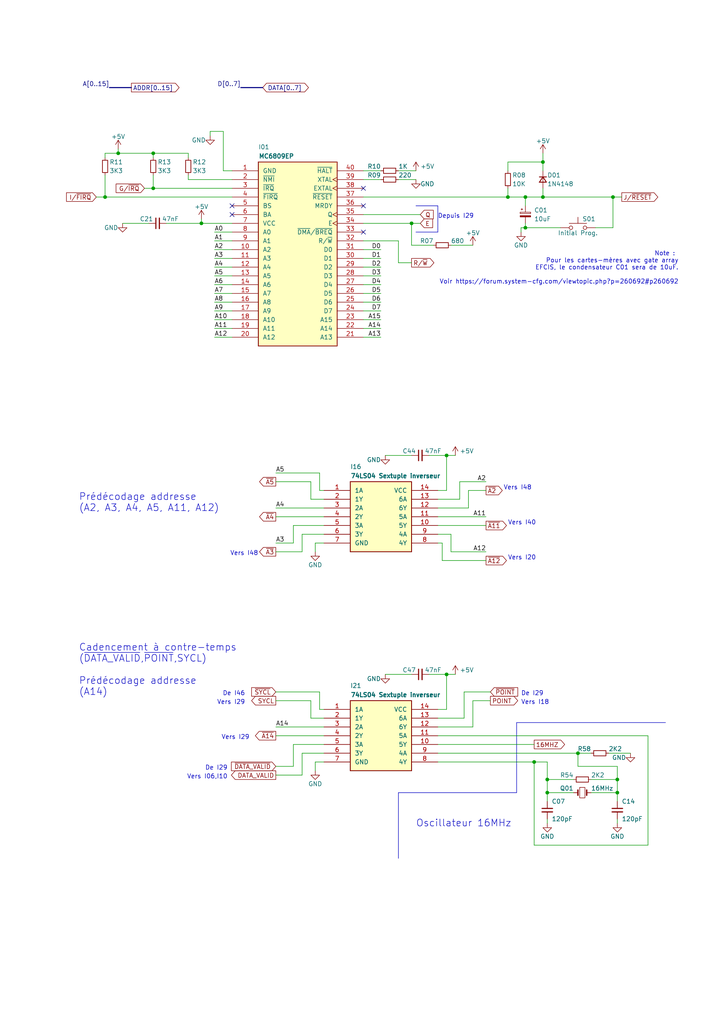
<source format=kicad_sch>
(kicad_sch (version 20230121) (generator eeschema)
  (paper "A4" portrait)
  (title_block (title "Conversion du Thomson MO5 — Unité centrale v2") (date "2025-02-08") (rev "v2.0.0-alpha") (comment 1 "http://github.com/sporniket/kicad-conversions--thomson-mo5--v1") (comment 3 "Gate Array EFCIS"))
  (lib_symbols
    (symbol "74x04:74X04_HEX_INVERTER_PHY" (pin_names (offset 1.27))
      (property "Reference" "U" (at -8.89 15.24 0))
      (property "Value" "74X04_HEX_INVERTER_PHY" (at -8.89 12.7 0))
      (symbol "74X04_HEX_INVERTER_PHY_0_0"
        (rectangle (start -8.89 10.16) (end 8.89 -10.16) (stroke (width 0.254)) (fill (type background)))
        (pin input line (at -16.51 7.62 0) (length 7.62) (name "1A") (number "1"))
        (pin output line (at 16.51 -2.54 180) (length 7.62) (name "5Y") (number "10"))
        (pin input line (at 16.51 0 180) (length 7.62) (name "5A") (number "11"))
        (pin output line (at 16.51 2.54 180) (length 7.62) (name "6Y") (number "12"))
        (pin input line (at 16.51 5.08 180) (length 7.62) (name "6A") (number "13"))
        (pin power_in line (at 16.51 7.62 180) (length 7.62) (name "VCC") (number "14"))
        (pin output line (at -16.51 5.08 0) (length 7.62) (name "1Y") (number "2"))
        (pin input line (at -16.51 2.54 0) (length 7.62) (name "2A") (number "3"))
        (pin output line (at -16.51 0 0) (length 7.62) (name "2Y") (number "4"))
        (pin input line (at -16.51 -2.54 0) (length 7.62) (name "3A") (number "5"))
        (pin output line (at -16.51 -5.08 0) (length 7.62) (name "3Y") (number "6"))
        (pin power_in line (at -16.51 -7.62 0) (length 7.62) (name "GND") (number "7"))
        (pin output line (at 16.51 -7.62 180) (length 7.62) (name "4Y") (number "8"))
        (pin input line (at 16.51 -5.08 180) (length 7.62) (name "4A") (number "9"))
      )
    )
    (symbol "Device:C_Polarized_Small" (pin_numbers hide) (pin_names (offset 0.254) hide)
      (property "Reference" "C" (at 0.254 1.778 0))
      (property "Value" "C_Polarized_Small" (at 0.254 -2.032 0))
      (symbol "C_Polarized_Small_0_1"
        (rectangle (start -1.524 -0.3048) (end 1.524 -0.6858) (fill (type outline)))
        (rectangle (start -1.524 0.6858) (end 1.524 0.3048))
        (polyline (pts (xy -1.27 1.524) (xy -0.762 1.524)))
        (polyline (pts (xy -1.016 1.27) (xy -1.016 1.778)))
      )
      (symbol "C_Polarized_Small_1_1"
        (pin passive line (at 0 2.54 270) (length 1.8542) (name "~") (number "1"))
        (pin passive line (at 0 -2.54 90) (length 1.8542) (name "~") (number "2"))
      )
    )
    (symbol "Device:C_Small" (pin_numbers hide) (pin_names (offset 0.254) hide)
      (property "Reference" "C" (at 0.254 1.778 0))
      (property "Value" "C_Small" (at 0.254 -2.032 0))
      (symbol "C_Small_0_1"
        (polyline (pts (xy -1.524 -0.508) (xy 1.524 -0.508)) (stroke (width 0.3302)))
        (polyline (pts (xy -1.524 0.508) (xy 1.524 0.508)) (stroke (width 0.3048)))
      )
      (symbol "C_Small_1_1"
        (pin passive line (at 0 2.54 270) (length 2.032) (name "~") (number "1"))
        (pin passive line (at 0 -2.54 90) (length 2.032) (name "~") (number "2"))
      )
    )
    (symbol "Device:Crystal_Small" (pin_numbers hide) (pin_names (offset 1.016) hide)
      (property "Reference" "Y" (at 0 2.54 0))
      (property "Value" "Crystal_Small" (at 0 -2.54 0))
      (symbol "Crystal_Small_0_1"
        (rectangle (start -0.762 -1.524) (end 0.762 1.524))
        (polyline (pts (xy -1.27 -0.762) (xy -1.27 0.762)) (stroke (width 0.381)))
        (polyline (pts (xy 1.27 -0.762) (xy 1.27 0.762)) (stroke (width 0.381)))
      )
      (symbol "Crystal_Small_1_1"
        (pin passive line (at -2.54 0 0) (length 1.27) (name "1") (number "1"))
        (pin passive line (at 2.54 0 180) (length 1.27) (name "2") (number "2"))
      )
    )
    (symbol "Device:D_Small" (pin_numbers hide) (pin_names (offset 0.254) hide)
      (property "Reference" "D" (at -1.27 2.032 0))
      (property "Value" "D_Small" (at -3.81 -2.032 0))
      (symbol "D_Small_0_1"
        (polyline (pts (xy -0.762 -1.016) (xy -0.762 1.016)) (stroke (width 0.254)))
        (polyline (pts (xy -0.762 0) (xy 0.762 0)))
        (polyline (pts (xy 0.762 -1.016) (xy -0.762 0) (xy 0.762 1.016) (xy 0.762 -1.016)) (stroke (width 0.254)))
      )
      (symbol "D_Small_1_1"
        (pin passive line (at -2.54 0 0) (length 1.778) (name "K") (number "1"))
        (pin passive line (at 2.54 0 180) (length 1.778) (name "A") (number "2"))
      )
    )
    (symbol "Device:R_Small" (pin_numbers hide) (pin_names (offset 0.254) hide)
      (property "Reference" "R" (at 0.762 0.508 0))
      (property "Value" "R_Small" (at 0.762 -1.016 0))
      (symbol "R_Small_0_1"
        (rectangle (start -0.762 1.778) (end 0.762 -1.778) (stroke (width 0.2032)))
      )
      (symbol "R_Small_1_1"
        (pin passive line (at 0 2.54 270) (length 0.762) (name "~") (number "1"))
        (pin passive line (at 0 -2.54 90) (length 0.762) (name "~") (number "2"))
      )
    )
    (symbol "Switch:SW_Push" (pin_numbers hide) (pin_names (offset 1.016) hide)
      (property "Reference" "SW" (at 1.27 2.54 0))
      (property "Value" "SW_Push" (at 0 -1.524 0))
      (symbol "SW_Push_0_1"
        (circle (center -2.032 0) (radius 0.508))
        (polyline (pts (xy 0 1.27) (xy 0 3.048)))
        (polyline (pts (xy 2.54 1.27) (xy -2.54 1.27)))
        (circle (center 2.032 0) (radius 0.508))
        (pin passive line (at -5.08 0 0) (length 2.54) (name "1") (number "1"))
        (pin passive line (at 5.08 0 180) (length 2.54) (name "2") (number "2"))
      )
    )
    (symbol "mc6809:8-BIT_MICROPROCESSING_UNIT_6809_PHY" (pin_names (offset 1.27))
      (property "Reference" "U" (at -11.43 31.75 0))
      (property "Value" "8-BIT_MICROPROCESSING_UNIT_6809_PHY" (at -11.43 29.21 0))
      (symbol "8-BIT_MICROPROCESSING_UNIT_6809_PHY_0_0"
        (rectangle (start -11.43 26.67) (end 11.43 -26.67) (stroke (width 0.254)) (fill (type background)))
        (pin power_in line (at -19.05 24.13 0) (length 7.62) (name "GND") (number "1"))
        (pin output line (at -19.05 1.27 0) (length 7.62) (name "A2") (number "10"))
        (pin output line (at -19.05 -1.27 0) (length 7.62) (name "A3") (number "11"))
        (pin output line (at -19.05 -3.81 0) (length 7.62) (name "A4") (number "12"))
        (pin output line (at -19.05 -6.35 0) (length 7.62) (name "A5") (number "13"))
        (pin output line (at -19.05 -8.89 0) (length 7.62) (name "A6") (number "14"))
        (pin output line (at -19.05 -11.43 0) (length 7.62) (name "A7") (number "15"))
        (pin output line (at -19.05 -13.97 0) (length 7.62) (name "A8") (number "16"))
        (pin output line (at -19.05 -16.51 0) (length 7.62) (name "A9") (number "17"))
        (pin output line (at -19.05 -19.05 0) (length 7.62) (name "A10") (number "18"))
        (pin output line (at -19.05 -21.59 0) (length 7.62) (name "A11") (number "19"))
        (pin input line (at -19.05 21.59 0) (length 7.62) (name "~{NMI}") (number "2"))
        (pin output line (at -19.05 -24.13 0) (length 7.62) (name "A12") (number "20"))
        (pin output line (at 19.05 -24.13 180) (length 7.62) (name "A13") (number "21"))
        (pin output line (at 19.05 -21.59 180) (length 7.62) (name "A14") (number "22"))
        (pin output line (at 19.05 -19.05 180) (length 7.62) (name "A15") (number "23"))
        (pin bidirectional line (at 19.05 -16.51 180) (length 7.62) (name "D7") (number "24"))
        (pin bidirectional line (at 19.05 -13.97 180) (length 7.62) (name "D6") (number "25"))
        (pin bidirectional line (at 19.05 -11.43 180) (length 7.62) (name "D5") (number "26"))
        (pin bidirectional line (at 19.05 -8.89 180) (length 7.62) (name "D4") (number "27"))
        (pin bidirectional line (at 19.05 -6.35 180) (length 7.62) (name "D3") (number "28"))
        (pin bidirectional line (at 19.05 -3.81 180) (length 7.62) (name "D2") (number "29"))
        (pin input line (at -19.05 19.05 0) (length 7.62) (name "~{IRQ}") (number "3"))
        (pin bidirectional line (at 19.05 -1.27 180) (length 7.62) (name "D1") (number "30"))
        (pin bidirectional line (at 19.05 1.27 180) (length 7.62) (name "D0") (number "31"))
        (pin output line (at 19.05 3.81 180) (length 7.62) (name "R/~{W}") (number "32"))
        (pin input line (at 19.05 6.35 180) (length 7.62) (name "~{DMA}/~{BREQ}") (number "33"))
        (pin output clock (at 19.05 8.89 180) (length 7.62) (name "E") (number "34"))
        (pin output clock (at 19.05 11.43 180) (length 7.62) (name "Q") (number "35"))
        (pin input line (at 19.05 13.97 180) (length 7.62) (name "MRDY") (number "36"))
        (pin input line (at 19.05 16.51 180) (length 7.62) (name "~{RESET}") (number "37"))
        (pin input clock (at 19.05 19.05 180) (length 7.62) (name "EXTAL") (number "38"))
        (pin input clock (at 19.05 21.59 180) (length 7.62) (name "XTAL") (number "39"))
        (pin input line (at -19.05 16.51 0) (length 7.62) (name "~{FIRQ}") (number "4"))
        (pin input line (at 19.05 24.13 180) (length 7.62) (name "~{HALT}") (number "40"))
        (pin output line (at -19.05 13.97 0) (length 7.62) (name "BS") (number "5"))
        (pin output line (at -19.05 11.43 0) (length 7.62) (name "BA") (number "6"))
        (pin power_in line (at -19.05 8.89 0) (length 7.62) (name "VCC") (number "7"))
        (pin output line (at -19.05 6.35 0) (length 7.62) (name "A0") (number "8"))
        (pin output line (at -19.05 3.81 0) (length 7.62) (name "A1") (number "9"))
      )
    )
    (symbol "power:+5V" (power) (pin_names (offset 0))
      (property "Value" "+5V" (at 0 3.556 0))
      (symbol "+5V_0_1"
        (polyline (pts (xy -0.762 1.27) (xy 0 2.54)))
        (polyline (pts (xy 0 0) (xy 0 2.54)))
        (polyline (pts (xy 0 2.54) (xy 0.762 1.27)))
      )
      (symbol "+5V_1_1"
        (pin power_in line (at 0 0 90) (length 0) hide (name "+5V") (number "1"))
      )
    )
    (symbol "power:GND" (power) (pin_names (offset 0))
      (property "Value" "GND" (at 0 -3.81 0))
      (symbol "GND_0_1"
        (polyline (pts (xy 0 0) (xy 0 -1.27) (xy 1.27 -1.27) (xy 0 -2.54) (xy -1.27 -1.27) (xy 0 -1.27)))
      )
      (symbol "GND_1_1"
        (pin power_in line (at 0 0 270) (length 0) hide (name "GND") (number "1"))
      )
    )
  )
  (junction (at 119.38 64.77))
  (junction (at 129.54 132.08))
  (junction (at 154.94 220.98))
  (junction (at 44.45 44.45))
  (junction (at 147.32 57.15))
  (junction (at 58.42 64.77))
  (junction (at 179.07 226.06))
  (junction (at 158.75 229.87))
  (junction (at 129.54 195.58))
  (junction (at 30.48 57.15))
  (junction (at 44.45 54.61))
  (junction (at 34.29 44.45))
  (junction (at 157.48 57.15))
  (junction (at 152.4 57.15))
  (junction (at 158.75 226.06))
  (junction (at 177.8 57.15))
  (junction (at 152.4 66.04))
  (junction (at 179.07 229.87))
  (junction (at 167.64 218.44))
  (junction (at 157.48 46.99))
  (no_connect (at 105.41 59.69))
  (no_connect (at 105.41 67.31))
  (no_connect (at 67.31 62.23))
  (no_connect (at 67.31 59.69))
  (no_connect (at 105.41 54.61))
  (wire (pts (xy 87.63 218.44) (xy 93.98 218.44)))
  (wire (pts (xy 62.23 92.71) (xy 67.31 92.71)))
  (wire (pts (xy 129.54 142.24) (xy 129.54 132.08)))
  (wire (pts (xy 60.96 38.1) (xy 64.77 38.1)))
  (wire (pts (xy 127 154.94) (xy 130.81 154.94)))
  (wire (pts (xy 187.96 245.11) (xy 154.94 245.11)))
  (wire (pts (xy 80.01 224.79) (xy 87.63 224.79)))
  (wire (pts (xy 127 142.24) (xy 129.54 142.24)))
  (wire (pts (xy 105.41 74.93) (xy 110.49 74.93)))
  (wire (pts (xy 80.01 160.02) (xy 87.63 160.02)))
  (wire (pts (xy 80.01 147.32) (xy 93.98 147.32)))
  (wire (pts (xy 134.62 208.28) (xy 134.62 200.66)))
  (wire (pts (xy 171.45 229.87) (xy 179.07 229.87)))
  (wire (pts (xy 167.64 218.44) (xy 167.64 222.25)))
  (wire (pts (xy 85.09 152.4) (xy 93.98 152.4)))
  (wire (pts (xy 80.01 157.48) (xy 85.09 157.48)))
  (wire (pts (xy 151.13 66.04) (xy 152.4 66.04)))
  (wire (pts (xy 158.75 226.06) (xy 158.75 229.87)))
  (wire (pts (xy 129.54 205.74) (xy 129.54 195.58)))
  (wire (pts (xy 115.57 49.53) (xy 120.65 49.53)))
  (wire (pts (xy 157.48 44.45) (xy 157.48 46.99)))
  (wire (pts (xy 152.4 57.15) (xy 157.48 57.15)))
  (wire (pts (xy 158.75 232.41) (xy 158.75 229.87)))
  (wire (pts (xy 179.07 229.87) (xy 179.07 232.41)))
  (wire (pts (xy 127 147.32) (xy 135.89 147.32)))
  (wire (pts (xy 105.41 49.53) (xy 110.49 49.53)))
  (wire (pts (xy 115.57 76.2) (xy 115.57 69.85)))
  (wire (pts (xy 127 218.44) (xy 167.64 218.44)))
  (wire (pts (xy 157.48 54.61) (xy 157.48 57.15)))
  (wire (pts (xy 80.01 137.16) (xy 92.71 137.16)))
  (wire (pts (xy 62.23 80.01) (xy 67.31 80.01)))
  (wire (pts (xy 142.24 203.2) (xy 137.16 203.2)))
  (polyline (pts (xy 127 59.69) (xy 127 67.31)))
  (wire (pts (xy 85.09 222.25) (xy 85.09 215.9)))
  (wire (pts (xy 111.76 195.58) (xy 119.38 195.58)))
  (wire (pts (xy 85.09 157.48) (xy 85.09 152.4)))
  (wire (pts (xy 58.42 64.77) (xy 67.31 64.77)))
  (wire (pts (xy 152.4 64.77) (xy 152.4 66.04)))
  (wire (pts (xy 91.44 160.02) (xy 91.44 157.48)))
  (wire (pts (xy 62.23 82.55) (xy 67.31 82.55)))
  (wire (pts (xy 62.23 69.85) (xy 67.31 69.85)))
  (wire (pts (xy 90.17 203.2) (xy 90.17 208.28)))
  (wire (pts (xy 105.41 97.79) (xy 110.49 97.79)))
  (wire (pts (xy 80.01 222.25) (xy 85.09 222.25)))
  (wire (pts (xy 62.23 74.93) (xy 67.31 74.93)))
  (wire (pts (xy 179.07 226.06) (xy 179.07 229.87)))
  (wire (pts (xy 171.45 226.06) (xy 179.07 226.06)))
  (wire (pts (xy 127 152.4) (xy 140.97 152.4)))
  (wire (pts (xy 80.01 149.86) (xy 93.98 149.86)))
  (wire (pts (xy 35.56 64.77) (xy 43.18 64.77)))
  (wire (pts (xy 152.4 66.04) (xy 162.56 66.04)))
  (wire (pts (xy 172.72 66.04) (xy 177.8 66.04)))
  (polyline (pts (xy 149.86 209.55) (xy 193.04 209.55)))
  (wire (pts (xy 48.26 64.77) (xy 58.42 64.77)))
  (wire (pts (xy 158.75 229.87) (xy 166.37 229.87)))
  (wire (pts (xy 54.61 50.8) (xy 54.61 52.07)))
  (wire (pts (xy 105.41 95.25) (xy 110.49 95.25)))
  (wire (pts (xy 92.71 200.66) (xy 92.71 205.74)))
  (wire (pts (xy 30.48 44.45) (xy 34.29 44.45)))
  (wire (pts (xy 105.41 57.15) (xy 147.32 57.15)))
  (wire (pts (xy 90.17 144.78) (xy 93.98 144.78)))
  (wire (pts (xy 158.75 237.49) (xy 158.75 238.76)))
  (wire (pts (xy 62.23 97.79) (xy 67.31 97.79)))
  (wire (pts (xy 119.38 71.12) (xy 119.38 64.77)))
  (wire (pts (xy 85.09 215.9) (xy 93.98 215.9)))
  (wire (pts (xy 54.61 44.45) (xy 44.45 44.45)))
  (wire (pts (xy 105.41 90.17) (xy 110.49 90.17)))
  (wire (pts (xy 127 157.48) (xy 128.27 157.48)))
  (wire (pts (xy 147.32 46.99) (xy 157.48 46.99)))
  (wire (pts (xy 30.48 45.72) (xy 30.48 44.45)))
  (wire (pts (xy 105.41 64.77) (xy 119.38 64.77)))
  (wire (pts (xy 92.71 142.24) (xy 92.71 137.16)))
  (wire (pts (xy 60.96 39.37) (xy 60.96 38.1)))
  (wire (pts (xy 134.62 200.66) (xy 142.24 200.66)))
  (wire (pts (xy 127 205.74) (xy 129.54 205.74)))
  (wire (pts (xy 127 149.86) (xy 140.97 149.86)))
  (wire (pts (xy 137.16 203.2) (xy 137.16 210.82)))
  (wire (pts (xy 105.41 80.01) (xy 110.49 80.01)))
  (wire (pts (xy 90.17 208.28) (xy 93.98 208.28)))
  (wire (pts (xy 158.75 226.06) (xy 158.75 220.98)))
  (wire (pts (xy 80.01 200.66) (xy 92.71 200.66)))
  (wire (pts (xy 127 215.9) (xy 154.94 215.9)))
  (polyline (pts (xy 120.65 59.69) (xy 127 59.69)))
  (wire (pts (xy 80.01 203.2) (xy 90.17 203.2)))
  (wire (pts (xy 151.13 66.04) (xy 151.13 67.31)))
  (wire (pts (xy 128.27 162.56) (xy 140.97 162.56)))
  (wire (pts (xy 105.41 85.09) (xy 110.49 85.09)))
  (wire (pts (xy 105.41 82.55) (xy 110.49 82.55)))
  (wire (pts (xy 147.32 46.99) (xy 147.32 49.53)))
  (wire (pts (xy 128.27 157.48) (xy 128.27 162.56)))
  (wire (pts (xy 44.45 44.45) (xy 34.29 44.45)))
  (wire (pts (xy 64.77 49.53) (xy 67.31 49.53)))
  (wire (pts (xy 80.01 213.36) (xy 93.98 213.36)))
  (wire (pts (xy 127 213.36) (xy 187.96 213.36)))
  (wire (pts (xy 91.44 157.48) (xy 93.98 157.48)))
  (wire (pts (xy 179.07 226.06) (xy 179.07 222.25)))
  (wire (pts (xy 30.48 57.15) (xy 67.31 57.15)))
  (wire (pts (xy 105.41 62.23) (xy 121.92 62.23)))
  (wire (pts (xy 93.98 154.94) (xy 87.63 154.94)))
  (wire (pts (xy 34.29 43.18) (xy 34.29 44.45)))
  (wire (pts (xy 105.41 92.71) (xy 110.49 92.71)))
  (wire (pts (xy 124.46 195.58) (xy 129.54 195.58)))
  (wire (pts (xy 167.64 218.44) (xy 171.45 218.44)))
  (wire (pts (xy 127 144.78) (xy 133.35 144.78)))
  (wire (pts (xy 54.61 45.72) (xy 54.61 44.45)))
  (wire (pts (xy 105.41 69.85) (xy 115.57 69.85)))
  (wire (pts (xy 154.94 220.98) (xy 158.75 220.98)))
  (wire (pts (xy 157.48 57.15) (xy 177.8 57.15)))
  (wire (pts (xy 62.23 87.63) (xy 67.31 87.63)))
  (wire (pts (xy 62.23 67.31) (xy 67.31 67.31)))
  (wire (pts (xy 158.75 226.06) (xy 166.37 226.06)))
  (wire (pts (xy 44.45 50.8) (xy 44.45 54.61)))
  (wire (pts (xy 135.89 142.24) (xy 135.89 147.32)))
  (wire (pts (xy 119.38 71.12) (xy 125.73 71.12)))
  (wire (pts (xy 105.41 87.63) (xy 110.49 87.63)))
  (wire (pts (xy 119.38 64.77) (xy 121.92 64.77)))
  (wire (pts (xy 130.81 71.12) (xy 137.16 71.12)))
  (wire (pts (xy 44.45 54.61) (xy 67.31 54.61)))
  (wire (pts (xy 177.8 66.04) (xy 177.8 57.15)))
  (wire (pts (xy 176.53 218.44) (xy 182.88 218.44)))
  (wire (pts (xy 62.23 77.47) (xy 67.31 77.47)))
  (wire (pts (xy 64.77 38.1) (xy 64.77 49.53)))
  (polyline (pts (xy 115.57 229.87) (xy 115.57 248.92)))
  (wire (pts (xy 93.98 142.24) (xy 92.71 142.24)))
  (wire (pts (xy 54.61 52.07) (xy 67.31 52.07)))
  (wire (pts (xy 124.46 132.08) (xy 129.54 132.08)))
  (wire (pts (xy 130.81 160.02) (xy 130.81 154.94)))
  (wire (pts (xy 44.45 44.45) (xy 44.45 45.72)))
  (wire (pts (xy 127 220.98) (xy 154.94 220.98)))
  (wire (pts (xy 62.23 95.25) (xy 67.31 95.25)))
  (wire (pts (xy 80.01 139.7) (xy 90.17 139.7)))
  (wire (pts (xy 127 208.28) (xy 134.62 208.28)))
  (wire (pts (xy 177.8 57.15) (xy 180.34 57.15)))
  (wire (pts (xy 111.76 132.08) (xy 119.38 132.08)))
  (wire (pts (xy 80.01 210.82) (xy 93.98 210.82)))
  (wire (pts (xy 62.23 85.09) (xy 67.31 85.09)))
  (wire (pts (xy 152.4 57.15) (xy 152.4 59.69)))
  (wire (pts (xy 154.94 220.98) (xy 154.94 245.11)))
  (wire (pts (xy 105.41 72.39) (xy 110.49 72.39)))
  (wire (pts (xy 30.48 50.8) (xy 30.48 57.15)))
  (wire (pts (xy 41.91 54.61) (xy 44.45 54.61)))
  (wire (pts (xy 140.97 142.24) (xy 135.89 142.24)))
  (wire (pts (xy 167.64 222.25) (xy 179.07 222.25)))
  (bus (pts (xy 69.85 25.4) (xy 76.2 25.4)))
  (wire (pts (xy 133.35 144.78) (xy 133.35 139.7)))
  (wire (pts (xy 92.71 205.74) (xy 93.98 205.74)))
  (wire (pts (xy 91.44 220.98) (xy 93.98 220.98)))
  (wire (pts (xy 157.48 46.99) (xy 157.48 49.53)))
  (wire (pts (xy 27.94 57.15) (xy 30.48 57.15)))
  (wire (pts (xy 91.44 223.52) (xy 91.44 220.98)))
  (bus (pts (xy 31.75 25.4) (xy 38.1 25.4)))
  (polyline (pts (xy 149.86 229.87) (xy 115.57 229.87)))
  (wire (pts (xy 127 210.82) (xy 137.16 210.82)))
  (wire (pts (xy 129.54 132.08) (xy 132.08 132.08)))
  (wire (pts (xy 62.23 90.17) (xy 67.31 90.17)))
  (wire (pts (xy 115.57 52.07) (xy 120.65 52.07)))
  (wire (pts (xy 105.41 77.47) (xy 110.49 77.47)))
  (wire (pts (xy 105.41 52.07) (xy 110.49 52.07)))
  (wire (pts (xy 62.23 72.39) (xy 67.31 72.39)))
  (wire (pts (xy 187.96 213.36) (xy 187.96 245.11)))
  (wire (pts (xy 140.97 160.02) (xy 130.81 160.02)))
  (wire (pts (xy 179.07 237.49) (xy 179.07 238.76)))
  (polyline (pts (xy 149.86 209.55) (xy 149.86 229.87)))
  (wire (pts (xy 147.32 57.15) (xy 152.4 57.15)))
  (wire (pts (xy 87.63 154.94) (xy 87.63 160.02)))
  (wire (pts (xy 133.35 139.7) (xy 140.97 139.7)))
  (wire (pts (xy 87.63 218.44) (xy 87.63 224.79)))
  (wire (pts (xy 119.38 76.2) (xy 115.57 76.2)))
  (wire (pts (xy 58.42 63.5) (xy 58.42 64.77)))
  (wire (pts (xy 90.17 139.7) (xy 90.17 144.78)))
  (polyline (pts (xy 120.65 67.31) (xy 127 67.31)))
  (wire (pts (xy 147.32 54.61) (xy 147.32 57.15)))
  (wire (pts (xy 129.54 195.58) (xy 132.08 195.58)))
  (text "De I46" (at 71.12 201.93 0) (effects (font (size 1.27 1.27)) (justify right bottom)))
  (text "Vers I29" (at 71.12 204.47 0) (effects (font (size 1.27 1.27)) (justify right bottom)))
  (text "Vers I48" (at 74.93 161.29 0) (effects (font (size 1.27 1.27)) (justify right bottom)))
  (text "Vers I20" (at 147.32 162.56 0) (effects (font (size 1.27 1.27)) (justify left bottom)))
  (text "Oscillateur 16MHz" (at 120.65 240.03 0) (effects (font (size 2 2)) (justify left bottom)))
  (text "Vers I29" (at 72.39 214.63 0) (effects (font (size 1.27 1.27)) (justify right bottom)))
  (text "Vers I48" (at 146.05 142.24 0) (effects (font (size 1.27 1.27)) (justify left bottom)))
  (text "De I29" (at 151.13 201.93 0) (effects (font (size 1.27 1.27)) (justify left bottom)))
  (text "Cadencement à contre-temps\n(~{DATA_VALID},~{POINT},SYCL)\n\nPrédécodage addresse \n(A14)" (at 22.86 201.93 0) (effects (font (size 2 2)) (justify left bottom)))
  (text "De I29" (at 66.04 223.52 0) (effects (font (size 1.27 1.27)) (justify right bottom)))
  (text "Vers I06,I10" (at 66.04 226.06 0) (effects (font (size 1.27 1.27)) (justify right bottom)))
  (text "Note : \nPour les cartes-mères avec gate array\nEFCIS, le condensateur C01 sera de 10uF.\n\nVoir https://forum.system-cfg.com/viewtopic.php?p=260692#p260692" (at 196.85 82.55 0) (effects (font (size 1.27 1.27)) (justify right bottom)))
  (text "Vers I40" (at 147.32 152.4 0) (effects (font (size 1.27 1.27)) (justify left bottom)))
  (text "Prédécodage addresse \n(A2, A3, A4, A5, A11, A12)" (at 22.86 148.59 0) (effects (font (size 2 2)) (justify left bottom)))
  (text "Depuis I29" (at 127 63.5 0) (effects (font (size 1.27 1.27)) (justify left bottom)))
  (text "Vers I18" (at 151.13 204.47 0) (effects (font (size 1.27 1.27)) (justify left bottom)))
  (label "D0" (at 110.49 72.39 180))
  (label "A10" (at 62.23 92.71 0))
  (label "A14" (at 110.49 95.25 180))
  (label "A2" (at 140.97 139.7 180))
  (label "A14" (at 80.01 210.82 0))
  (label "D3" (at 110.49 80.01 180))
  (label "A3" (at 80.01 157.48 0))
  (label "D1" (at 110.49 74.93 180))
  (label "D6" (at 110.49 87.63 180))
  (label "A[0..15]" (at 31.75 25.4 180))
  (label "A11" (at 140.97 149.86 180))
  (label "A15" (at 110.49 92.71 180))
  (label "D2" (at 110.49 77.47 180))
  (label "A4" (at 80.01 147.32 0))
  (label "A6" (at 62.23 82.55 0))
  (label "A1" (at 62.23 69.85 0))
  (label "D[0..7]" (at 69.85 25.4 180))
  (label "A11" (at 62.23 95.25 0))
  (label "A4" (at 62.23 77.47 0))
  (label "A13" (at 110.49 97.79 180))
  (label "A5" (at 80.01 137.16 0))
  (label "A3" (at 62.23 74.93 0))
  (label "A12" (at 62.23 97.79 0))
  (label "D7" (at 110.49 90.17 180))
  (label "A9" (at 62.23 90.17 0))
  (label "A7" (at 62.23 85.09 0))
  (label "A0" (at 62.23 67.31 0))
  (label "D4" (at 110.49 82.55 180))
  (label "A2" (at 62.23 72.39 0))
  (label "A12" (at 140.97 160.02 180))
  (label "A8" (at 62.23 87.63 0))
  (label "D5" (at 110.49 85.09 180))
  (label "A5" (at 62.23 80.01 0))
  (global_label "~{A11}" (shape output) (at 140.97 152.4 0) (property "Intersheetrefs" "${INTERSHEET_REFS}" (effects hide)))
  (global_label "~{DATA_VALID}" (shape input) (at 80.01 222.25 180) (property "Intersheetrefs" "${INTERSHEET_REFS}" (effects hide)))
  (global_label "~{A2}" (shape output) (at 140.97 142.24 0) (property "Intersheetrefs" "${INTERSHEET_REFS}" (effects hide)))
  (global_label "Q" (shape input) (at 121.92 62.23 0) (property "Intersheetrefs" "${INTERSHEET_REFS}" (effects hide)))
  (global_label "I{slash}~{FIRQ}" (shape input) (at 27.94 57.15 180) (property "Intersheetrefs" "${INTERSHEET_REFS}" (effects hide)))
  (global_label "G{slash}~{IRQ}" (shape input) (at 41.91 54.61 180) (property "Intersheetrefs" "${INTERSHEET_REFS}" (effects hide)))
  (global_label "SYCL" (shape output) (at 80.01 203.2 180) (property "Intersheetrefs" "${INTERSHEET_REFS}" (effects hide)))
  (global_label "DATA[0..7]" (shape bidirectional) (at 76.2 25.4 0) (property "Intersheetrefs" "${INTERSHEET_REFS}" (effects hide)))
  (global_label "~{SYCL}" (shape input) (at 80.01 200.66 180) (property "Intersheetrefs" "${INTERSHEET_REFS}" (effects hide)))
  (global_label "E" (shape input) (at 121.92 64.77 0) (property "Intersheetrefs" "${INTERSHEET_REFS}" (effects hide)))
  (global_label "~{A4}" (shape output) (at 80.01 149.86 180) (property "Intersheetrefs" "${INTERSHEET_REFS}" (effects hide)))
  (global_label "16MHZ" (shape output) (at 154.94 215.9 0) (property "Intersheetrefs" "${INTERSHEET_REFS}" (effects hide)))
  (global_label "POINT" (shape output) (at 142.24 203.2 0) (property "Intersheetrefs" "${INTERSHEET_REFS}" (effects hide)))
  (global_label "~{A12}" (shape output) (at 140.97 162.56 0) (property "Intersheetrefs" "${INTERSHEET_REFS}" (effects hide)))
  (global_label "~{A14}" (shape output) (at 80.01 213.36 180) (property "Intersheetrefs" "${INTERSHEET_REFS}" (effects hide)))
  (global_label "~{A5}" (shape output) (at 80.01 139.7 180) (property "Intersheetrefs" "${INTERSHEET_REFS}" (effects hide)))
  (global_label "ADDR[0..15]" (shape output) (at 38.1 25.4 0) (property "Intersheetrefs" "${INTERSHEET_REFS}" (effects hide)))
  (global_label "R{slash}~{W}" (shape output) (at 119.38 76.2 0) (property "Intersheetrefs" "${INTERSHEET_REFS}" (effects hide)))
  (global_label "~{POINT}" (shape input) (at 142.24 200.66 0) (property "Intersheetrefs" "${INTERSHEET_REFS}" (effects hide)))
  (global_label "J{slash}~{RESET}" (shape output) (at 180.34 57.15 0) (property "Intersheetrefs" "${INTERSHEET_REFS}" (effects hide)))
  (global_label "DATA_VALID" (shape output) (at 80.01 224.79 180) (property "Intersheetrefs" "${INTERSHEET_REFS}" (effects hide)))
  (global_label "~{A3}" (shape output) (at 80.01 160.02 180) (property "Intersheetrefs" "${INTERSHEET_REFS}" (effects hide)))
  (symbol (lib_id "Device:C_Small") (at 121.92 132.08 90) (unit 1)
    (property "Reference" "C44" (at 120.65 130.81 90) (effects (justify left)))
    (property "Value" "47nF" (at 123.19 130.81 90) (effects (justify right)))
    (property "Footprint" "commons-passives_THT:Passive_THT_capacitor_mlcc_W2.54mm_L5.08mm" (effects hide))
  )
  (symbol (lib_id "power:+5V") (at 157.48 44.45 0) (unit 1)
    (property "Reference" "#PWR0111" (effects hide))
    (property "Value" "+5V" (at 157.48 40.894 0))
  )
  (symbol (lib_id "Device:C_Small") (at 158.75 234.95 0) (unit 1)
    (property "Reference" "C07" (at 160.02 232.41 0) (effects (justify left)))
    (property "Value" "120pF" (at 160.02 237.49 0) (effects (justify left)))
    (property "Footprint" "commons-passives_THT:Passive_THT_capacitor_mlcc_W2.54mm_L5.08mm" (effects hide))
  )
  (symbol (lib_id "power:+5V") (at 132.08 132.08 0) (unit 1)
    (property "Reference" "#PWR0106" (effects hide))
    (property "Value" "+5V" (at 133.35 130.81 0) (effects (justify left)))
  )
  (symbol (lib_id "Device:D_Small") (at 157.48 52.07 270) (unit 1)
    (property "Reference" "D01" (at 158.75 50.8 90) (effects (justify left)))
    (property "Value" "1N4148" (at 158.75 53.34 90) (effects (justify left)))
    (property "Footprint" "commons-passives_THT:Passive_THT_diode_W2.54mm_L12.70mm" (effects hide))
  )
  (symbol (lib_id "power:+5V") (at 132.08 195.58 0) (unit 1)
    (property "Reference" "#PWR0108" (effects hide))
    (property "Value" "+5V" (at 133.35 194.31 0) (effects (justify left)))
  )
  (symbol (lib_id "Device:C_Small") (at 121.92 195.58 90) (unit 1)
    (property "Reference" "C47" (at 120.65 194.31 90) (effects (justify left)))
    (property "Value" "47nF" (at 123.19 194.31 90) (effects (justify right)))
    (property "Footprint" "commons-passives_THT:Passive_THT_capacitor_mlcc_W2.54mm_L5.08mm" (effects hide))
  )
  (symbol (lib_id "power:+5V") (at 120.65 49.53 0) (unit 1)
    (property "Reference" "#PWR0117" (effects hide))
    (property "Value" "+5V" (at 121.92 48.26 0) (effects (justify left)))
  )
  (symbol (lib_id "power:GND") (at 60.96 39.37 0) (unit 1)
    (property "Reference" "#PWR0113" (effects hide))
    (property "Value" "GND" (at 59.69 40.64 0) (effects (justify right)))
  )
  (symbol (lib_id "mc6809:8-BIT_MICROPROCESSING_UNIT_6809_PHY") (at 86.36 73.66 0) (unit 1)
    (property "Reference" "I01" (at 74.93 41.91 0) (effects (justify left top)))
    (property "Value" "MC6809EP" (at 74.93 44.45 0) (effects (font bold) (justify left top)))
    (property "Footprint" "Package_DIP:DIP-40_W15.24mm_LongPads" (effects hide))
    (property "Datasheet" "https://ia601601.us.archive.org/13/items/bitsavers_motorolada_3224333/6809.pdf" (effects hide))
  )
  (symbol (lib_id "power:GND") (at 179.07 238.76 0) (unit 1)
    (property "Reference" "#PWR0102" (effects hide))
    (property "Value" "GND" (at 179.07 242.57 0))
  )
  (symbol (lib_id "Device:R_Small") (at 113.03 52.07 90) (unit 1)
    (property "Reference" "R09" (at 110.49 50.8 90) (effects (justify left)))
    (property "Value" "220" (at 115.57 50.8 90) (effects (justify right)))
    (property "Footprint" "commons-passives_THT:Passive_THT_resistor_EU_W2.54mm_L12.70mm" (effects hide))
  )
  (symbol (lib_id "power:GND") (at 151.13 67.31 0) (unit 1)
    (property "Reference" "#PWR0110" (effects hide))
    (property "Value" "GND" (at 151.13 71.12 0))
  )
  (symbol (lib_id "power:GND") (at 111.76 132.08 0) (unit 1)
    (property "Reference" "#PWR0107" (effects hide))
    (property "Value" "GND" (at 110.49 133.35 0) (effects (justify right)))
  )
  (symbol (lib_id "Device:R_Small") (at 128.27 71.12 90) (unit 1)
    (property "Reference" "R07" (at 125.73 69.85 90) (effects (justify left)))
    (property "Value" "680" (at 130.81 69.85 90) (effects (justify right)))
    (property "Footprint" "commons-passives_THT:Passive_THT_resistor_EU_W2.54mm_L12.70mm" (effects hide))
  )
  (symbol (lib_id "power:+5V") (at 58.42 63.5 0) (unit 1)
    (property "Reference" "#PWR0292" (effects hide))
    (property "Value" "+5V" (at 58.42 59.944 0))
  )
  (symbol (lib_id "74x04:74X04_HEX_INVERTER_PHY") (at 110.49 213.36 0) (unit 1)
    (property "Reference" "I21" (at 101.6 198.12 0) (effects (justify left top)))
    (property "Value" "74LS04 Sextuple inverseur" (at 101.6 200.66 0) (effects (font bold) (justify left top)))
    (property "Footprint" "Package_DIP:DIP-14_W7.62mm_LongPads" (effects hide))
    (property "Datasheet" "https://www.ti.com/lit/ds/symlink/sn74ls04.pdf" (effects hide))
  )
  (symbol (lib_id "power:GND") (at 182.88 218.44 0) (unit 1)
    (property "Reference" "#PWR0103" (effects hide))
    (property "Value" "GND" (at 181.61 219.71 0) (effects (justify right)))
  )
  (symbol (lib_id "Device:R_Small") (at 168.91 226.06 90) (unit 1)
    (property "Reference" "R54" (at 166.37 224.79 90) (effects (justify left)))
    (property "Value" "2K2" (at 171.45 224.79 90) (effects (justify right)))
    (property "Footprint" "commons-passives_THT:Passive_THT_resistor_EU_W2.54mm_L12.70mm" (effects hide))
  )
  (symbol (lib_id "power:GND") (at 35.56 64.77 0) (unit 1)
    (property "Reference" "#PWR0112" (effects hide))
    (property "Value" "GND" (at 34.29 66.04 0) (effects (justify right)))
  )
  (symbol (lib_id "Device:Crystal_Small") (at 168.91 229.87 180) (unit 1)
    (property "Reference" "Q01" (at 166.37 228.6 0) (effects (justify left)))
    (property "Value" "16MHz" (at 171.45 228.6 0) (effects (justify right)))
    (property "Footprint" "Crystal:Crystal_HC49-U_Horizontal" (effects hide))
  )
  (symbol (lib_id "Device:C_Small") (at 45.72 64.77 90) (unit 1)
    (property "Reference" "C21" (at 44.45 63.5 90) (effects (justify left)))
    (property "Value" "47nF" (at 46.99 63.5 90) (effects (justify right)))
    (property "Footprint" "commons-passives_THT:Passive_THT_capacitor_mlcc_W2.54mm_L5.08mm" (effects hide))
  )
  (symbol (lib_id "power:+5V") (at 34.29 43.18 0) (unit 1)
    (property "Reference" "#PWR0114" (effects hide))
    (property "Value" "+5V" (at 34.29 39.624 0))
  )
  (symbol (lib_id "74x04:74X04_HEX_INVERTER_PHY") (at 110.49 149.86 0) (unit 1)
    (property "Reference" "I16" (at 101.6 134.62 0) (effects (justify left top)))
    (property "Value" "74LS04 Sextuple inverseur" (at 101.6 137.16 0) (effects (font bold) (justify left top)))
    (property "Footprint" "Package_DIP:DIP-14_W7.62mm_LongPads" (effects hide))
    (property "Datasheet" "https://www.ti.com/lit/ds/symlink/sn74ls04.pdf" (effects hide))
  )
  (symbol (lib_id "Device:C_Polarized_Small") (at 152.4 62.23 0) (unit 1)
    (property "Reference" "C01" (at 154.94 60.96 0) (effects (justify left)))
    (property "Value" "10uF" (at 154.94 63.5 0) (effects (justify left)))
    (property "Footprint" "commons-passives_THT:Passive_THT_capacitor_polarized_EU_W2.54mm_L5.08mm" (effects hide))
  )
  (symbol (lib_id "power:GND") (at 91.44 160.02 0) (unit 1)
    (property "Reference" "#PWR0109" (effects hide))
    (property "Value" "GND" (at 91.44 163.83 0))
  )
  (symbol (lib_id "Device:R_Small") (at 30.48 48.26 0) (unit 1)
    (property "Reference" "R11" (at 31.75 46.99 0) (effects (justify left)))
    (property "Value" "3K3" (at 31.75 49.53 0) (effects (justify left)))
    (property "Footprint" "commons-passives_THT:Passive_THT_resistor_EU_W2.54mm_L12.70mm" (effects hide))
  )
  (symbol (lib_id "Device:R_Small") (at 173.99 218.44 90) (unit 1)
    (property "Reference" "R58" (at 171.45 217.17 90) (effects (justify left)))
    (property "Value" "2K2" (at 176.53 217.17 90) (effects (justify right)))
    (property "Footprint" "commons-passives_THT:Passive_THT_resistor_EU_W2.54mm_L12.70mm" (effects hide))
  )
  (symbol (lib_id "power:GND") (at 158.75 238.76 0) (unit 1)
    (property "Reference" "#PWR0101" (effects hide))
    (property "Value" "GND" (at 158.75 242.57 0))
  )
  (symbol (lib_id "power:GND") (at 120.65 52.07 0) (unit 1)
    (property "Reference" "#PWR0115" (effects hide))
    (property "Value" "GND" (at 121.92 53.34 0) (effects (justify left)))
  )
  (symbol (lib_id "Switch:SW_Push") (at 167.64 66.04 0) (unit 1)
    (property "Reference" "S01" (at 168.91 63.5 0) (effects (justify left)))
    (property "Value" "Initial Prog." (at 167.64 67.564 0))
    (property "Footprint" "thomson-moto-passives:SW_PUSH_6mm_RESET_MO5" (effects hide))
  )
  (symbol (lib_id "Device:R_Small") (at 147.32 52.07 0) (unit 1)
    (property "Reference" "R08" (at 148.59 50.8 0) (effects (justify left)))
    (property "Value" "10K" (at 148.59 53.34 0) (effects (justify left)))
    (property "Footprint" "commons-passives_THT:Passive_THT_resistor_EU_W2.54mm_L12.70mm" (effects hide))
  )
  (symbol (lib_id "Device:R_Small") (at 44.45 48.26 0) (unit 1)
    (property "Reference" "R13" (at 45.72 46.99 0) (effects (justify left)))
    (property "Value" "3K3" (at 45.72 49.53 0) (effects (justify left)))
    (property "Footprint" "commons-passives_THT:Passive_THT_resistor_EU_W2.54mm_L12.70mm" (effects hide))
  )
  (symbol (lib_id "power:GND") (at 111.76 195.58 0) (unit 1)
    (property "Reference" "#PWR0105" (effects hide))
    (property "Value" "GND" (at 110.49 196.85 0) (effects (justify right)))
  )
  (symbol (lib_id "Device:R_Small") (at 113.03 49.53 90) (unit 1)
    (property "Reference" "R10" (at 110.49 48.26 90) (effects (justify left)))
    (property "Value" "1K" (at 115.57 48.26 90) (effects (justify right)))
    (property "Footprint" "commons-passives_THT:Passive_THT_resistor_EU_W2.54mm_L12.70mm" (effects hide))
  )
  (symbol (lib_id "Device:C_Small") (at 179.07 234.95 0) (unit 1)
    (property "Reference" "C14" (at 180.34 232.41 0) (effects (justify left)))
    (property "Value" "120pF" (at 180.34 237.49 0) (effects (justify left)))
    (property "Footprint" "commons-passives_THT:Passive_THT_capacitor_mlcc_W2.54mm_L5.08mm" (effects hide))
  )
  (symbol (lib_id "Device:R_Small") (at 54.61 48.26 0) (unit 1)
    (property "Reference" "R12" (at 55.88 46.99 0) (effects (justify left)))
    (property "Value" "3K3" (at 55.88 49.53 0) (effects (justify left)))
    (property "Footprint" "commons-passives_THT:Passive_THT_resistor_EU_W2.54mm_L12.70mm" (effects hide))
  )
  (symbol (lib_id "power:GND") (at 91.44 223.52 0) (unit 1)
    (property "Reference" "#PWR0104" (effects hide))
    (property "Value" "GND" (at 91.44 227.33 0))
  )
  (symbol (lib_id "power:+5V") (at 137.16 71.12 0) (unit 1)
    (property "Reference" "#PWR0116" (effects hide))
    (property "Value" "+5V" (at 137.16 67.564 0))
  )
)
</source>
